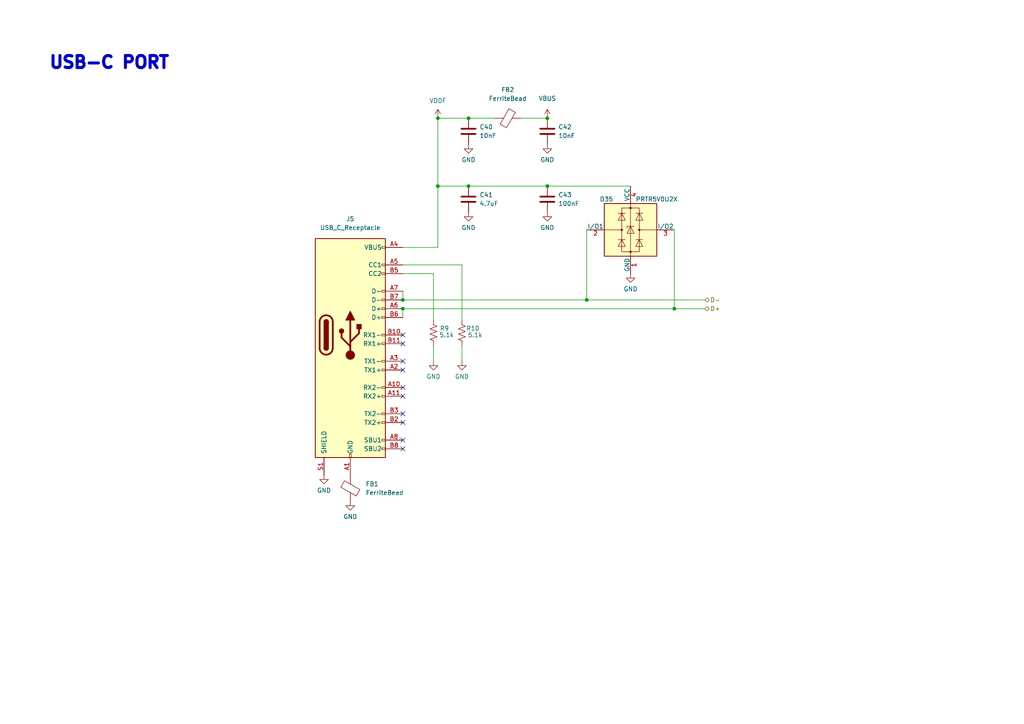
<source format=kicad_sch>
(kicad_sch (version 20211123) (generator eeschema)
  (paper "A4")
  (lib_symbols
    (symbol "Connector:USB_C_Receptacle" (pin_names (offset 1.016))
      (property "Reference" "J" (at -10.16 29.21 0))
      (property "Value" "USB_C_Receptacle" (at 10.16 29.21 0))
      (symbol "USB_C_Receptacle_0_0"
        (rectangle (start -0.254 -35.56) (end 0.254 -34.544))
        (rectangle (start 10.16 -32.766) (end 9.144 -33.274))
        (rectangle (start 10.16 -30.226) (end 9.144 -30.734))
        (rectangle (start 10.16 -25.146) (end 9.144 -25.654))
        (rectangle (start 10.16 -22.606) (end 9.144 -23.114))
        (rectangle (start 10.16 -17.526) (end 9.144 -18.034))
        (rectangle (start 10.16 -14.986) (end 9.144 -15.494))
        (rectangle (start 10.16 -9.906) (end 9.144 -10.414))
        (rectangle (start 10.16 -7.366) (end 9.144 -7.874))
        (rectangle (start 10.16 -2.286) (end 9.144 -2.794))
        (rectangle (start 10.16 0.254) (end 9.144 -0.254))
        (rectangle (start 10.16 5.334) (end 9.144 4.826))
        (rectangle (start 10.16 7.874) (end 9.144 7.366))
        (rectangle (start 10.16 10.414) (end 9.144 9.906))
        (rectangle (start 10.16 12.954) (end 9.144 12.446))
        (rectangle (start 10.16 18.034) (end 9.144 17.526))
        (rectangle (start 10.16 20.574) (end 9.144 20.066))
        (rectangle (start 10.16 25.654) (end 9.144 25.146))
      )
      (symbol "USB_C_Receptacle_0_1"
        (rectangle (start -10.16 27.94) (end 10.16 -35.56) (stroke (width 0.254)) (fill (type background)))
        (arc (start -8.89 -3.81) (mid -6.985 -5.715) (end -5.08 -3.81) (stroke (width 0.508)))
        (arc (start -7.62 -3.81) (mid -6.985 -4.445) (end -6.35 -3.81) (stroke (width 0.254)))
        (arc (start -7.62 -3.81) (mid -6.985 -4.445) (end -6.35 -3.81) (stroke (width 0.254)) (fill (type outline)))
        (rectangle (start -7.62 -3.81) (end -6.35 3.81) (stroke (width 0.254)) (fill (type outline)))
        (arc (start -6.35 3.81) (mid -6.985 4.445) (end -7.62 3.81) (stroke (width 0.254)))
        (arc (start -6.35 3.81) (mid -6.985 4.445) (end -7.62 3.81) (stroke (width 0.254)) (fill (type outline)))
        (arc (start -5.08 3.81) (mid -6.985 5.715) (end -8.89 3.81) (stroke (width 0.508)))
        (polyline (pts (xy -8.89 -3.81) (xy -8.89 3.81)) (stroke (width 0.508)))
        (polyline (pts (xy -5.08 3.81) (xy -5.08 -3.81)) (stroke (width 0.508)))
      )
      (symbol "USB_C_Receptacle_1_1"
        (circle (center -2.54 1.143) (radius 0.635) (stroke (width 0.254)) (fill (type outline)))
        (circle (center 0 -5.842) (radius 1.27) (fill (type outline)))
        (polyline (pts (xy 0 -5.842) (xy 0 4.318)) (stroke (width 0.508)))
        (polyline (pts (xy 0 -3.302) (xy -2.54 -0.762) (xy -2.54 0.508)) (stroke (width 0.508)))
        (polyline (pts (xy 0 -2.032) (xy 2.54 0.508) (xy 2.54 1.778)) (stroke (width 0.508)))
        (polyline (pts (xy -1.27 4.318) (xy 0 6.858) (xy 1.27 4.318) (xy -1.27 4.318)) (stroke (width 0.254)) (fill (type outline)))
        (rectangle (start 1.905 1.778) (end 3.175 3.048) (stroke (width 0.254)) (fill (type outline)))
        (pin passive line (at 0 -40.64 90) (length 5.08) (name "GND") (number "A1"))
        (pin bidirectional line (at 15.24 -15.24 180) (length 5.08) (name "RX2-") (number "A10"))
        (pin bidirectional line (at 15.24 -17.78 180) (length 5.08) (name "RX2+") (number "A11"))
        (pin passive line (at 0 -40.64 90) (length 5.08) hide (name "GND") (number "A12"))
        (pin bidirectional line (at 15.24 -10.16 180) (length 5.08) (name "TX1+") (number "A2"))
        (pin bidirectional line (at 15.24 -7.62 180) (length 5.08) (name "TX1-") (number "A3"))
        (pin passive line (at 15.24 25.4 180) (length 5.08) (name "VBUS") (number "A4"))
        (pin bidirectional line (at 15.24 20.32 180) (length 5.08) (name "CC1") (number "A5"))
        (pin bidirectional line (at 15.24 7.62 180) (length 5.08) (name "D+") (number "A6"))
        (pin bidirectional line (at 15.24 12.7 180) (length 5.08) (name "D-") (number "A7"))
        (pin bidirectional line (at 15.24 -30.48 180) (length 5.08) (name "SBU1") (number "A8"))
        (pin passive line (at 15.24 25.4 180) (length 5.08) hide (name "VBUS") (number "A9"))
        (pin passive line (at 0 -40.64 90) (length 5.08) hide (name "GND") (number "B1"))
        (pin bidirectional line (at 15.24 0 180) (length 5.08) (name "RX1-") (number "B10"))
        (pin bidirectional line (at 15.24 -2.54 180) (length 5.08) (name "RX1+") (number "B11"))
        (pin passive line (at 0 -40.64 90) (length 5.08) hide (name "GND") (number "B12"))
        (pin bidirectional line (at 15.24 -25.4 180) (length 5.08) (name "TX2+") (number "B2"))
        (pin bidirectional line (at 15.24 -22.86 180) (length 5.08) (name "TX2-") (number "B3"))
        (pin passive line (at 15.24 25.4 180) (length 5.08) hide (name "VBUS") (number "B4"))
        (pin bidirectional line (at 15.24 17.78 180) (length 5.08) (name "CC2") (number "B5"))
        (pin bidirectional line (at 15.24 5.08 180) (length 5.08) (name "D+") (number "B6"))
        (pin bidirectional line (at 15.24 10.16 180) (length 5.08) (name "D-") (number "B7"))
        (pin bidirectional line (at 15.24 -33.02 180) (length 5.08) (name "SBU2") (number "B8"))
        (pin passive line (at 15.24 25.4 180) (length 5.08) hide (name "VBUS") (number "B9"))
        (pin passive line (at -7.62 -40.64 90) (length 5.08) (name "SHIELD") (number "S1"))
      )
    )
    (symbol "Device:C" (pin_numbers hide) (pin_names (offset 0.254))
      (property "Reference" "C" (at 0.635 2.54 0))
      (property "Value" "C" (at 0.635 -2.54 0))
      (symbol "C_0_1"
        (polyline (pts (xy -2.032 -0.762) (xy 2.032 -0.762)) (stroke (width 0.508)))
        (polyline (pts (xy -2.032 0.762) (xy 2.032 0.762)) (stroke (width 0.508)))
      )
      (symbol "C_1_1"
        (pin passive line (at 0 3.81 270) (length 2.794) (name "~") (number "1"))
        (pin passive line (at 0 -3.81 90) (length 2.794) (name "~") (number "2"))
      )
    )
    (symbol "Device:FerriteBead" (pin_numbers hide) (pin_names (offset 0))
      (property "Reference" "FB" (at -3.81 0.635 90))
      (property "Value" "FerriteBead" (at 3.81 0 90))
      (symbol "FerriteBead_0_1"
        (polyline (pts (xy 0 -1.27) (xy 0 -1.2192)))
        (polyline (pts (xy 0 1.27) (xy 0 1.2954)))
        (polyline (pts (xy -2.7686 0.4064) (xy -1.7018 2.2606) (xy 2.7686 -0.3048) (xy 1.6764 -2.159) (xy -2.7686 0.4064)))
      )
      (symbol "FerriteBead_1_1"
        (pin passive line (at 0 3.81 270) (length 2.54) (name "~") (number "1"))
        (pin passive line (at 0 -3.81 90) (length 2.54) (name "~") (number "2"))
      )
    )
    (symbol "Device:R_US" (pin_numbers hide) (pin_names (offset 0))
      (property "Reference" "R" (at 2.54 0 90))
      (property "Value" "R_US" (at -2.54 0 90))
      (symbol "R_US_0_1"
        (polyline (pts (xy 0 -2.286) (xy 0 -2.54)))
        (polyline (pts (xy 0 2.286) (xy 0 2.54)))
        (polyline (pts (xy 0 -0.762) (xy 1.016 -1.143) (xy 0 -1.524) (xy -1.016 -1.905) (xy 0 -2.286)))
        (polyline (pts (xy 0 0.762) (xy 1.016 0.381) (xy 0 0) (xy -1.016 -0.381) (xy 0 -0.762)))
        (polyline (pts (xy 0 2.286) (xy 1.016 1.905) (xy 0 1.524) (xy -1.016 1.143) (xy 0 0.762)))
      )
      (symbol "R_US_1_1"
        (pin passive line (at 0 3.81 270) (length 1.27) (name "~") (number "1"))
        (pin passive line (at 0 -3.81 90) (length 1.27) (name "~") (number "2"))
      )
    )
    (symbol "Power_Protection:PRTR5V0U2X" (pin_names (offset 0))
      (property "Reference" "D" (at 2.794 8.636 0))
      (property "Value" "PRTR5V0U2X" (at 8.128 -9.398 0))
      (symbol "PRTR5V0U2X_0_1"
        (rectangle (start -7.62 -7.62) (end 7.62 7.62) (stroke (width 0.254)) (fill (type background)))
        (circle (center -2.54 0) (radius 0.254) (fill (type outline)))
        (rectangle (start -2.54 6.35) (end 2.54 -6.35))
        (circle (center 0 -6.35) (radius 0.254) (fill (type outline)))
        (polyline (pts (xy -2.54 0) (xy -7.62 0)))
        (polyline (pts (xy -1.524 -2.794) (xy -3.556 -2.794)))
        (polyline (pts (xy -1.524 4.826) (xy -3.556 4.826)))
        (polyline (pts (xy 0 -7.62) (xy 0 7.62)))
        (polyline (pts (xy 1.524 -2.794) (xy 3.556 -2.794)))
        (polyline (pts (xy 1.524 4.826) (xy 3.556 4.826)))
        (polyline (pts (xy 2.54 0) (xy 7.62 0)))
        (polyline (pts (xy 1.016 1.016) (xy -1.016 1.016) (xy -1.016 0.508)))
        (polyline (pts (xy -3.556 -4.826) (xy -1.524 -4.826) (xy -2.54 -2.794) (xy -3.556 -4.826)))
        (polyline (pts (xy -3.556 2.794) (xy -1.524 2.794) (xy -2.54 4.826) (xy -3.556 2.794)))
        (polyline (pts (xy -1.016 -1.016) (xy 1.016 -1.016) (xy 0 1.016) (xy -1.016 -1.016)))
        (polyline (pts (xy 3.556 -4.826) (xy 1.524 -4.826) (xy 2.54 -2.794) (xy 3.556 -4.826)))
        (polyline (pts (xy 3.556 2.794) (xy 1.524 2.794) (xy 2.54 4.826) (xy 3.556 2.794)))
        (circle (center 0 6.35) (radius 0.254) (fill (type outline)))
        (circle (center 2.54 0) (radius 0.254) (fill (type outline)))
      )
      (symbol "PRTR5V0U2X_1_1"
        (pin passive line (at 0 -12.7 90) (length 5.08) (name "GND") (number "1"))
        (pin passive line (at -12.7 0 0) (length 5.08) (name "I/O1") (number "2"))
        (pin passive line (at 12.7 0 180) (length 5.08) (name "I/O2") (number "3"))
        (pin passive line (at 0 12.7 270) (length 5.08) (name "VCC") (number "4"))
      )
    )
    (symbol "power:GND" (power) (pin_names (offset 0))
      (property "Value" "GND" (at 0 -3.81 0))
      (symbol "GND_0_1"
        (polyline (pts (xy 0 0) (xy 0 -1.27) (xy 1.27 -1.27) (xy 0 -2.54) (xy -1.27 -1.27) (xy 0 -1.27)))
      )
      (symbol "GND_1_1"
        (pin power_in line (at 0 0 270) (length 0) hide (name "GND") (number "1"))
      )
    )
    (symbol "power:VBUS" (power) (pin_names (offset 0))
      (property "Value" "VBUS" (at 0 3.81 0))
      (symbol "VBUS_0_1"
        (polyline (pts (xy -0.762 1.27) (xy 0 2.54)))
        (polyline (pts (xy 0 0) (xy 0 2.54)))
        (polyline (pts (xy 0 2.54) (xy 0.762 1.27)))
      )
      (symbol "VBUS_1_1"
        (pin power_in line (at 0 0 90) (length 0) hide (name "VBUS") (number "1"))
      )
    )
    (symbol "power:VDDF" (power) (pin_names (offset 0))
      (property "Value" "VDDF" (at 0 3.81 0))
      (symbol "VDDF_0_1"
        (polyline (pts (xy -0.762 1.27) (xy 0 2.54)))
        (polyline (pts (xy 0 0) (xy 0 2.54)))
        (polyline (pts (xy 0 2.54) (xy 0.762 1.27)))
      )
      (symbol "VDDF_1_1"
        (pin power_in line (at 0 0 90) (length 0) hide (name "VDDF") (number "1"))
      )
    )
  )
  (junction (at 127 34.29))
  (junction (at 195.58 89.535))
  (junction (at 170.18 86.995))
  (junction (at 116.84 86.995))
  (junction (at 135.89 34.29))
  (junction (at 135.89 53.975))
  (junction (at 116.84 89.535))
  (junction (at 127 53.975))
  (junction (at 158.75 34.29))
  (junction (at 158.75 53.975))
  (no_connect (at 116.84 127.635))
  (no_connect (at 116.84 130.175))
  (no_connect (at 116.84 97.155))
  (no_connect (at 116.84 114.935))
  (no_connect (at 116.84 107.315))
  (no_connect (at 116.84 104.775))
  (no_connect (at 116.84 112.395))
  (no_connect (at 116.84 99.695))
  (no_connect (at 116.84 122.555))
  (no_connect (at 116.84 120.015))
  (wire (pts (xy 116.84 76.835) (xy 133.985 76.835)))
  (wire (pts (xy 195.58 89.535) (xy 195.58 66.675)))
  (wire (pts (xy 133.985 100.33) (xy 133.985 104.775)))
  (wire (pts (xy 116.84 89.535) (xy 195.58 89.535)))
  (wire (pts (xy 116.84 86.995) (xy 170.18 86.995)))
  (wire (pts (xy 125.73 79.375) (xy 125.73 92.71)))
  (wire (pts (xy 170.18 86.995) (xy 204.47 86.995)))
  (wire (pts (xy 127 71.755) (xy 127 53.975)))
  (wire (pts (xy 158.75 53.975) (xy 182.88 53.975)))
  (wire (pts (xy 127 53.975) (xy 135.89 53.975)))
  (wire (pts (xy 135.89 34.29) (xy 143.51 34.29)))
  (wire (pts (xy 151.13 34.29) (xy 158.75 34.29)))
  (wire (pts (xy 116.84 84.455) (xy 116.84 86.995)))
  (wire (pts (xy 116.84 79.375) (xy 125.73 79.375)))
  (wire (pts (xy 170.18 86.995) (xy 170.18 66.675)))
  (wire (pts (xy 116.84 89.535) (xy 116.84 92.075)))
  (wire (pts (xy 135.89 53.975) (xy 158.75 53.975)))
  (wire (pts (xy 195.58 89.535) (xy 204.47 89.535)))
  (wire (pts (xy 127 34.29) (xy 135.89 34.29)))
  (wire (pts (xy 127 71.755) (xy 116.84 71.755)))
  (wire (pts (xy 127 53.975) (xy 127 34.29)))
  (wire (pts (xy 125.73 100.33) (xy 125.73 104.775)))
  (wire (pts (xy 133.985 76.835) (xy 133.985 92.71)))
  (text "USB-C PORT" (at 13.97 20.32 0) (effects (font (size 3.5 3.5) (thickness 1) bold) (justify left bottom)))
  (hierarchical_label "D-" (shape bidirectional) (at 204.47 86.995 0))
  (hierarchical_label "D+" (shape bidirectional) (at 204.47 89.535 0))
  (symbol (lib_id "power:GND") (at 133.985 104.775 0) (unit 1)
    (property "Reference" "#PWR0184" (effects hide))
    (property "Value" "GND" (at 133.985 109.22 0))
  )
  (symbol (lib_id "power:GND") (at 101.6 145.415 0) (unit 1)
    (property "Reference" "#PWR0185" (effects hide))
    (property "Value" "GND" (at 101.6 149.86 0))
  )
  (symbol (lib_id "power:VBUS") (at 158.75 34.29 0) (unit 1)
    (property "Reference" "#PWR0176" (effects hide))
    (property "Value" "VBUS" (at 158.75 28.575 0))
  )
  (symbol (lib_id "power:GND") (at 182.88 79.375 0) (unit 1)
    (property "Reference" "#PWR0179" (effects hide))
    (property "Value" "GND" (at 182.88 83.82 0))
  )
  (symbol (lib_id "power:GND") (at 93.98 137.795 0) (unit 1)
    (property "Reference" "#PWR0186" (effects hide))
    (property "Value" "GND" (at 93.98 142.24 0))
  )
  (symbol (lib_id "power:VDDF") (at 127 34.29 0) (unit 1)
    (property "Reference" "#PWR0180" (effects hide))
    (property "Value" "VDDF" (at 127 29.21 0))
  )
  (symbol (lib_id "power:GND") (at 125.73 104.775 0) (unit 1)
    (property "Reference" "#PWR0183" (effects hide))
    (property "Value" "GND" (at 125.73 109.22 0))
  )
  (symbol (lib_id "power:GND") (at 135.89 41.91 0) (unit 1)
    (property "Reference" "#PWR0177" (effects hide))
    (property "Value" "GND" (at 135.89 46.355 0))
  )
  (symbol (lib_id "Device:C") (at 158.75 38.1 0) (unit 1)
    (property "Reference" "C42" (at 161.925 36.8299 0) (effects (justify left)))
    (property "Value" "10nF" (at 161.925 39.3699 0) (effects (justify left)))
  )
  (symbol (lib_id "Device:R_US") (at 133.985 96.52 180) (unit 1)
    (property "Reference" "R10" (at 137.16 95.25 0))
    (property "Value" "5.1k" (at 137.795 97.155 0))
  )
  (symbol (lib_id "Device:R_US") (at 125.73 96.52 180) (unit 1)
    (property "Reference" "R9" (at 128.905 95.25 0))
    (property "Value" "5.1k" (at 129.54 97.155 0))
  )
  (symbol (lib_id "Power_Protection:PRTR5V0U2X") (at 182.88 66.675 0) (unit 1)
    (property "Reference" "D35" (at 175.895 57.785 0))
    (property "Value" "PRTR5V0U2X" (at 190.5 57.785 0))
    (property "Footprint" "Package_TO_SOT_SMD:SOT-143" (effects hide))
    (property "Datasheet" "https://assets.nexperia.com/documents/data-sheet/PRTR5V0U2X.pdf" (effects hide))
  )
  (symbol (lib_id "Device:FerriteBead") (at 147.32 34.29 90) (unit 1)
    (property "Reference" "FB2" (at 147.2692 26.035 90))
    (property "Value" "FerriteBead" (at 147.2692 28.575 90))
  )
  (symbol (lib_id "power:GND") (at 158.75 41.91 0) (unit 1)
    (property "Reference" "#PWR0178" (effects hide))
    (property "Value" "GND" (at 158.75 46.355 0))
  )
  (symbol (lib_id "Connector:USB_C_Receptacle") (at 101.6 97.155 0) (unit 1)
    (property "Reference" "J5" (at 101.6 63.5 0))
    (property "Value" "USB_C_Receptacle" (at 101.6 66.04 0))
    (property "Datasheet" "https://www.usb.org/sites/default/files/documents/usb_type-c.zip" (effects hide))
  )
  (symbol (lib_id "power:GND") (at 158.75 61.595 0) (unit 1)
    (property "Reference" "#PWR0181" (effects hide))
    (property "Value" "GND" (at 158.75 66.04 0))
  )
  (symbol (lib_id "Device:C") (at 135.89 38.1 0) (unit 1)
    (property "Reference" "C40" (at 139.065 36.8299 0) (effects (justify left)))
    (property "Value" "10nF" (at 139.065 39.3699 0) (effects (justify left)))
  )
  (symbol (lib_id "power:GND") (at 135.89 61.595 0) (unit 1)
    (property "Reference" "#PWR0182" (effects hide))
    (property "Value" "GND" (at 135.89 66.04 0))
  )
  (symbol (lib_id "Device:C") (at 135.89 57.785 0) (unit 1)
    (property "Reference" "C41" (at 139.065 56.5149 0) (effects (justify left)))
    (property "Value" "4.7uF" (at 139.065 59.0549 0) (effects (justify left)))
  )
  (symbol (lib_id "Device:C") (at 158.75 57.785 0) (unit 1)
    (property "Reference" "C43" (at 161.925 56.5149 0) (effects (justify left)))
    (property "Value" "100nF" (at 161.925 59.0549 0) (effects (justify left)))
  )
  (symbol (lib_id "Device:FerriteBead") (at 101.6 141.605 180) (unit 1)
    (property "Reference" "FB1" (at 106.045 140.3857 0) (effects (justify right)))
    (property "Value" "FerriteBead" (at 106.045 142.9257 0) (effects (justify right)))
  )
)
</source>
